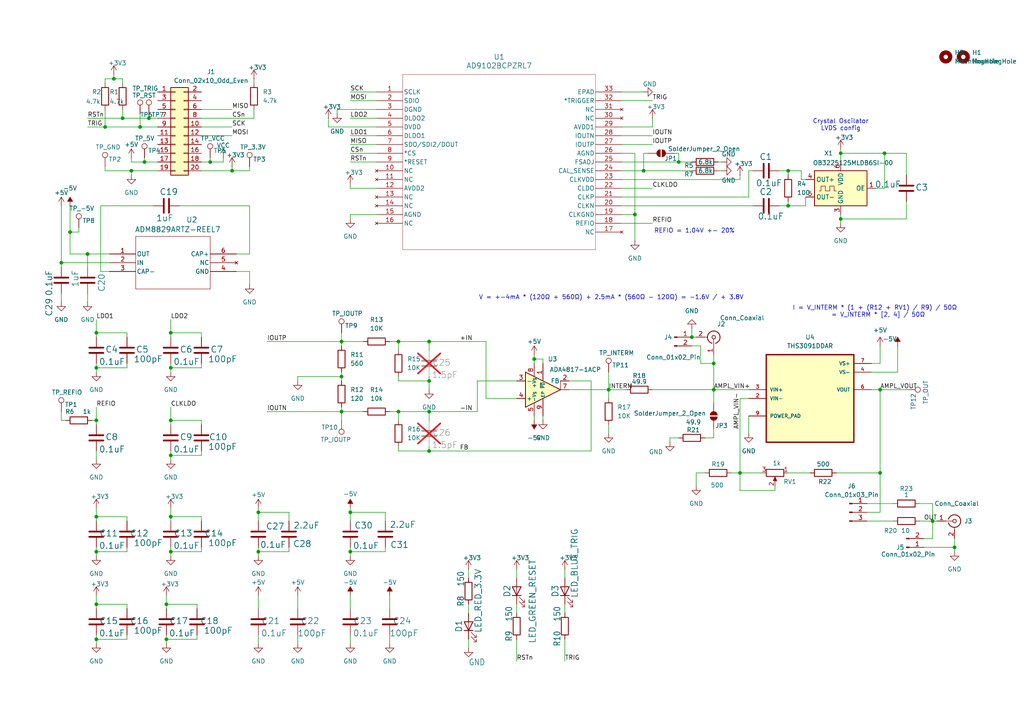
<source format=kicad_sch>
(kicad_sch (version 20231120) (generator "eeschema") (generator_version "8.0")
  (paper "A4")
  (title_block (title "Pico Glitcher v2.1 Pulse Shaping Extension") (date "2024-12-27") (rev "v1.0") (company "Faulty Hardware") (comment 1 "Matthias Kesenheimer"))
  (junction (at 214.63 137.16))
  (junction (at 17.78 76.2))
  (junction (at 270.51 151.13))
  (junction (at 115.57 99.06))
  (junction (at 27.94 121.92))
  (junction (at 43.18 34.29))
  (junction (at 41.91 46.99))
  (junction (at 124.46 119.38))
  (junction (at 48.26 175.26))
  (junction (at 101.6 160.02))
  (junction (at 25.4 73.66))
  (junction (at 27.94 149.86))
  (junction (at 115.57 119.38))
  (junction (at 33.02 22.86))
  (junction (at 228.6 59.69))
  (junction (at 256.54 44.45))
  (junction (at 255.27 113.03))
  (junction (at 124.46 110.49))
  (junction (at 49.53 149.86))
  (junction (at 207.01 105.41))
  (junction (at 99.06 119.38))
  (junction (at 176.53 113.03))
  (junction (at 99.06 99.06))
  (junction (at 196.85 46.99))
  (junction (at 200.66 97.79))
  (junction (at 35.56 34.29))
  (junction (at 74.93 160.02))
  (junction (at 27.94 175.26))
  (junction (at 49.53 132.08))
  (junction (at 27.94 160.02))
  (junction (at 27.94 106.68))
  (junction (at 20.32 67.31))
  (junction (at 255.27 137.16))
  (junction (at 49.53 96.52))
  (junction (at 99.06 109.22))
  (junction (at 228.6 49.53))
  (junction (at 48.26 185.42))
  (junction (at 207.01 113.03))
  (junction (at 74.93 148.59))
  (junction (at 243.84 44.45))
  (junction (at 49.53 106.68))
  (junction (at 27.94 185.42))
  (junction (at 184.15 62.23))
  (junction (at 124.46 99.06))
  (junction (at 27.94 96.52))
  (junction (at 101.6 148.59))
  (junction (at 154.94 104.14))
  (junction (at 49.53 160.02))
  (junction (at 276.86 158.75))
  (junction (at 67.31 49.53))
  (junction (at 30.48 36.83))
  (junction (at 186.69 49.53))
  (junction (at 60.96 46.99))
  (junction (at 243.84 63.5))
  (junction (at 124.46 130.81))
  (junction (at 49.53 121.92))
  (junction (at 38.1 49.53))
  (junction (at 40.64 36.83))
  (wire (pts (xy 251.46 146.05) (xy 259.08 146.05)))
  (wire (pts (xy 115.57 119.38) (xy 115.57 121.92)))
  (wire (pts (xy 68.58 73.66) (xy 72.39 73.66)))
  (wire (pts (xy 73.66 34.29) (xy 73.66 31.75)))
  (wire (pts (xy 165.1 113.03) (xy 176.53 113.03)))
  (wire (pts (xy 207.01 105.41) (xy 207.01 113.03)))
  (wire (pts (xy 83.82 158.75) (xy 83.82 160.02)))
  (wire (pts (xy 99.06 119.38) (xy 105.41 119.38)))
  (wire (pts (xy 189.23 113.03) (xy 207.01 113.03)))
  (wire (pts (xy 233.68 59.69) (xy 228.6 59.69)))
  (wire (pts (xy 157.48 120.65) (xy 157.48 121.92)))
  (wire (pts (xy 180.34 52.07) (xy 214.63 52.07)))
  (wire (pts (xy 86.36 109.22) (xy 86.36 110.49)))
  (wire (pts (xy 115.57 109.22) (xy 115.57 110.49)))
  (wire (pts (xy 180.34 36.83) (xy 189.23 36.83)))
  (wire (pts (xy 180.34 26.67) (xy 186.69 26.67)))
  (wire (pts (xy 194.31 127) (xy 194.31 128.27)))
  (wire (pts (xy 113.03 184.15) (xy 113.03 186.69)))
  (wire (pts (xy 58.42 31.75) (xy 67.31 31.75)))
  (wire (pts (xy 27.94 106.68) (xy 27.94 107.95)))
  (wire (pts (xy 184.15 62.23) (xy 180.34 62.23)))
  (wire (pts (xy 27.94 185.42) (xy 27.94 186.69)))
  (wire (pts (xy 83.82 148.59) (xy 74.93 148.59)))
  (wire (pts (xy 36.83 184.15) (xy 36.83 185.42)))
  (wire (pts (xy 49.53 106.68) (xy 58.42 106.68)))
  (wire (pts (xy 200.66 100.33) (xy 203.2 100.33)))
  (wire (pts (xy 171.45 130.81) (xy 171.45 110.49)))
  (wire (pts (xy 176.53 113.03) (xy 176.53 115.57)))
  (wire (pts (xy 113.03 172.72) (xy 113.03 176.53)))
  (wire (pts (xy 49.53 160.02) (xy 49.53 161.29)))
  (wire (pts (xy 207.01 124.46) (xy 207.01 127)))
  (wire (pts (xy 99.06 119.38) (xy 77.47 119.38)))
  (wire (pts (xy 27.94 175.26) (xy 27.94 176.53)))
  (wire (pts (xy 60.96 46.99) (xy 64.77 46.99)))
  (wire (pts (xy 72.39 48.26) (xy 72.39 49.53)))
  (wire (pts (xy 68.58 78.74) (xy 72.39 78.74)))
  (wire (pts (xy 17.78 121.92) (xy 19.05 121.92)))
  (wire (pts (xy 27.94 149.86) (xy 27.94 151.13)))
  (wire (pts (xy 43.18 33.02) (xy 43.18 34.29)))
  (wire (pts (xy 115.57 129.54) (xy 115.57 130.81)))
  (wire (pts (xy 140.97 115.57) (xy 140.97 99.06)))
  (wire (pts (xy 57.15 184.15) (xy 57.15 185.42)))
  (wire (pts (xy 35.56 22.86) (xy 35.56 24.13)))
  (wire (pts (xy 115.57 130.81) (xy 124.46 130.81)))
  (wire (pts (xy 180.34 44.45) (xy 184.15 44.45)))
  (wire (pts (xy 74.93 148.59) (xy 74.93 151.13)))
  (wire (pts (xy 58.42 97.79) (xy 58.42 96.52)))
  (wire (pts (xy 101.6 29.21) (xy 109.22 29.21)))
  (wire (pts (xy 49.53 147.32) (xy 49.53 149.86)))
  (wire (pts (xy 212.09 137.16) (xy 214.63 137.16)))
  (wire (pts (xy 276.86 158.75) (xy 276.86 160.02)))
  (wire (pts (xy 101.6 44.45) (xy 109.22 44.45)))
  (wire (pts (xy 49.53 160.02) (xy 58.42 160.02)))
  (wire (pts (xy 27.94 106.68) (xy 36.83 106.68)))
  (wire (pts (xy 27.94 96.52) (xy 27.94 97.79)))
  (wire (pts (xy 214.63 115.57) (xy 214.63 137.16)))
  (wire (pts (xy 180.34 54.61) (xy 189.23 54.61)))
  (wire (pts (xy 218.44 49.53) (xy 217.17 49.53)))
  (wire (pts (xy 27.94 158.75) (xy 27.94 160.02)))
  (wire (pts (xy 180.34 39.37) (xy 189.23 39.37)))
  (wire (pts (xy 17.78 59.69) (xy 17.78 76.2)))
  (wire (pts (xy 196.85 127) (xy 194.31 127)))
  (wire (pts (xy 115.57 99.06) (xy 115.57 101.6)))
  (wire (pts (xy 101.6 26.67) (xy 109.22 26.67)))
  (wire (pts (xy 140.97 115.57) (xy 149.86 115.57)))
  (wire (pts (xy 67.31 48.26) (xy 67.31 49.53)))
  (wire (pts (xy 41.91 45.72) (xy 41.91 46.99)))
  (wire (pts (xy 124.46 99.06) (xy 124.46 101.6)))
  (wire (pts (xy 226.06 59.69) (xy 228.6 59.69)))
  (wire (pts (xy 186.69 44.45) (xy 186.69 49.53)))
  (wire (pts (xy 195.58 44.45) (xy 196.85 44.45)))
  (wire (pts (xy 138.43 110.49) (xy 138.43 119.38)))
  (wire (pts (xy 49.53 149.86) (xy 58.42 149.86)))
  (wire (pts (xy 49.53 106.68) (xy 49.53 107.95)))
  (wire (pts (xy 58.42 105.41) (xy 58.42 106.68)))
  (wire (pts (xy 214.63 137.16) (xy 220.98 137.16)))
  (wire (pts (xy 33.02 22.86) (xy 35.56 22.86)))
  (wire (pts (xy 200.66 97.79) (xy 201.93 97.79)))
  (wire (pts (xy 232.41 52.07) (xy 232.41 49.53)))
  (wire (pts (xy 49.53 130.81) (xy 49.53 132.08)))
  (wire (pts (xy 115.57 119.38) (xy 124.46 119.38)))
  (wire (pts (xy 115.57 110.49) (xy 124.46 110.49)))
  (wire (pts (xy 256.54 44.45) (xy 256.54 54.61)))
  (wire (pts (xy 157.48 104.14) (xy 154.94 104.14)))
  (wire (pts (xy 72.39 49.53) (xy 67.31 49.53)))
  (wire (pts (xy 113.03 99.06) (xy 115.57 99.06)))
  (wire (pts (xy 48.26 172.72) (xy 48.26 175.26)))
  (wire (pts (xy 184.15 44.45) (xy 184.15 62.23)))
  (wire (pts (xy 64.77 45.72) (xy 64.77 46.99)))
  (wire (pts (xy 99.06 100.33) (xy 99.06 99.06)))
  (wire (pts (xy 207.01 102.87) (xy 207.01 105.41)))
  (wire (pts (xy 214.63 50.8) (xy 214.63 52.07)))
  (wire (pts (xy 27.94 172.72) (xy 27.94 175.26)))
  (wire (pts (xy 36.83 176.53) (xy 36.83 175.26)))
  (wire (pts (xy 196.85 46.99) (xy 200.66 46.99)))
  (wire (pts (xy 29.21 59.69) (xy 29.21 78.74)))
  (wire (pts (xy 27.94 121.92) (xy 27.94 123.19)))
  (wire (pts (xy 27.94 175.26) (xy 36.83 175.26)))
  (wire (pts (xy 73.66 22.86) (xy 73.66 24.13)))
  (wire (pts (xy 99.06 118.11) (xy 99.06 119.38)))
  (wire (pts (xy 176.53 113.03) (xy 181.61 113.03)))
  (wire (pts (xy 203.2 105.41) (xy 207.01 105.41)))
  (wire (pts (xy 267.97 156.21) (xy 270.51 156.21)))
  (wire (pts (xy 25.4 34.29) (xy 35.56 34.29)))
  (wire (pts (xy 49.53 96.52) (xy 58.42 96.52)))
  (wire (pts (xy 207.01 113.03) (xy 207.01 116.84)))
  (wire (pts (xy 44.45 59.69) (xy 29.21 59.69)))
  (wire (pts (xy 163.83 185.42) (xy 163.83 191.77)))
  (wire (pts (xy 101.6 172.72) (xy 101.6 176.53)))
  (wire (pts (xy 163.83 165.1) (xy 163.83 167.64)))
  (wire (pts (xy 217.17 49.53) (xy 217.17 57.15)))
  (wire (pts (xy 27.94 185.42) (xy 36.83 185.42)))
  (wire (pts (xy 38.1 49.53) (xy 38.1 50.8)))
  (wire (pts (xy 203.2 100.33) (xy 203.2 105.41)))
  (wire (pts (xy 26.67 121.92) (xy 27.94 121.92)))
  (wire (pts (xy 260.35 100.33) (xy 260.35 107.95)))
  (wire (pts (xy 101.6 41.91) (xy 109.22 41.91)))
  (wire (pts (xy 124.46 130.81) (xy 171.45 130.81)))
  (wire (pts (xy 17.78 77.47) (xy 17.78 76.2)))
  (wire (pts (xy 49.53 118.11) (xy 49.53 121.92)))
  (wire (pts (xy 74.93 158.75) (xy 74.93 160.02)))
  (wire (pts (xy 31.75 76.2) (xy 17.78 76.2)))
  (wire (pts (xy 254 54.61) (xy 256.54 54.61)))
  (wire (pts (xy 48.26 175.26) (xy 48.26 176.53)))
  (wire (pts (xy 124.46 119.38) (xy 124.46 121.92)))
  (wire (pts (xy 27.94 92.71) (xy 27.94 96.52)))
  (wire (pts (xy 27.94 149.86) (xy 36.83 149.86)))
  (wire (pts (xy 224.79 142.24) (xy 214.63 142.24)))
  (wire (pts (xy 29.21 78.74) (xy 31.75 78.74)))
  (wire (pts (xy 124.46 110.49) (xy 124.46 113.03)))
  (wire (pts (xy 101.6 46.99) (xy 109.22 46.99)))
  (wire (pts (xy 27.94 184.15) (xy 27.94 185.42)))
  (wire (pts (xy 58.42 123.19) (xy 58.42 121.92)))
  (wire (pts (xy 25.4 73.66) (xy 25.4 77.47)))
  (wire (pts (xy 27.94 160.02) (xy 36.83 160.02)))
  (wire (pts (xy 243.84 44.45) (xy 243.84 46.99)))
  (wire (pts (xy 95.25 34.29) (xy 95.25 36.83)))
  (wire (pts (xy 83.82 160.02) (xy 74.93 160.02)))
  (wire (pts (xy 74.93 160.02) (xy 74.93 161.29)))
  (wire (pts (xy 217.17 120.65) (xy 217.17 125.73)))
  (wire (pts (xy 27.94 160.02) (xy 27.94 161.29)))
  (wire (pts (xy 83.82 151.13) (xy 83.82 148.59)))
  (wire (pts (xy 109.22 54.61) (xy 101.6 54.61)))
  (wire (pts (xy 17.78 119.38) (xy 17.78 121.92)))
  (wire (pts (xy 101.6 160.02) (xy 101.6 161.29)))
  (wire (pts (xy 251.46 148.59) (xy 255.27 148.59)))
  (wire (pts (xy 36.83 97.79) (xy 36.83 96.52)))
  (wire (pts (xy 184.15 62.23) (xy 184.15 69.85)))
  (wire (pts (xy 208.28 46.99) (xy 209.55 46.99)))
  (wire (pts (xy 43.18 34.29) (xy 45.72 34.29)))
  (wire (pts (xy 255.27 148.59) (xy 255.27 137.16)))
  (wire (pts (xy 163.83 175.26) (xy 163.83 177.8)))
  (wire (pts (xy 48.26 185.42) (xy 57.15 185.42)))
  (wire (pts (xy 48.26 184.15) (xy 48.26 185.42)))
  (wire (pts (xy 228.6 137.16) (xy 234.95 137.16)))
  (wire (pts (xy 52.07 59.69) (xy 72.39 59.69)))
  (wire (pts (xy 252.73 113.03) (xy 255.27 113.03)))
  (wire (pts (xy 252.73 107.95) (xy 260.35 107.95)))
  (wire (pts (xy 49.53 158.75) (xy 49.53 160.02)))
  (wire (pts (xy 74.93 172.72) (xy 74.93 176.53)))
  (wire (pts (xy 86.36 184.15) (xy 86.36 186.69)))
  (wire (pts (xy 38.1 46.99) (xy 41.91 46.99)))
  (wire (pts (xy 31.75 73.66) (xy 25.4 73.66)))
  (wire (pts (xy 99.06 119.38) (xy 99.06 121.92)))
  (wire (pts (xy 176.53 107.95) (xy 176.53 113.03)))
  (wire (pts (xy 72.39 78.74) (xy 72.39 82.55)))
  (wire (pts (xy 58.42 151.13) (xy 58.42 149.86)))
  (wire (pts (xy 74.93 184.15) (xy 74.93 186.69)))
  (wire (pts (xy 214.63 115.57) (xy 217.17 115.57)))
  (wire (pts (xy 154.94 120.65) (xy 154.94 121.92)))
  (wire (pts (xy 49.53 149.86) (xy 49.53 151.13)))
  (wire (pts (xy 154.94 102.87) (xy 154.94 104.14)))
  (wire (pts (xy 30.48 36.83) (xy 30.48 31.75)))
  (wire (pts (xy 99.06 109.22) (xy 99.06 110.49)))
  (wire (pts (xy 124.46 110.49) (xy 124.46 109.22)))
  (wire (pts (xy 149.86 185.42) (xy 149.86 191.77)))
  (wire (pts (xy 74.93 147.32) (xy 74.93 148.59)))
  (wire (pts (xy 270.51 151.13) (xy 271.78 151.13)))
  (wire (pts (xy 267.97 158.75) (xy 276.86 158.75)))
  (wire (pts (xy 49.53 132.08) (xy 49.53 133.35)))
  (wire (pts (xy 243.84 62.23) (xy 243.84 63.5)))
  (wire (pts (xy 57.15 176.53) (xy 57.15 175.26)))
  (wire (pts (xy 124.46 99.06) (xy 140.97 99.06)))
  (wire (pts (xy 30.48 36.83) (xy 40.64 36.83)))
  (wire (pts (xy 99.06 107.95) (xy 99.06 109.22)))
  (wire (pts (xy 58.42 39.37) (xy 67.31 39.37)))
  (wire (pts (xy 180.34 49.53) (xy 186.69 49.53)))
  (wire (pts (xy 270.51 156.21) (xy 270.51 151.13)))
  (wire (pts (xy 101.6 39.37) (xy 109.22 39.37)))
  (wire (pts (xy 256.54 44.45) (xy 262.89 44.45)))
  (wire (pts (xy 200.66 95.25) (xy 200.66 97.79)))
  (wire (pts (xy 30.48 24.13) (xy 30.48 22.86)))
  (wire (pts (xy 30.48 49.53) (xy 38.1 49.53)))
  (wire (pts (xy 27.94 147.32) (xy 27.94 149.86)))
  (wire (pts (xy 35.56 31.75) (xy 35.56 34.29)))
  (wire (pts (xy 207.01 127) (xy 204.47 127)))
  (wire (pts (xy 201.93 137.16) (xy 204.47 137.16)))
  (wire (pts (xy 124.46 119.38) (xy 138.43 119.38)))
  (wire (pts (xy 58.42 49.53) (xy 67.31 49.53)))
  (wire (pts (xy 228.6 49.53) (xy 228.6 50.8)))
  (wire (pts (xy 60.96 45.72) (xy 60.96 46.99)))
  (wire (pts (xy 36.83 105.41) (xy 36.83 106.68)))
  (wire (pts (xy 262.89 50.8) (xy 262.89 44.45)))
  (wire (pts (xy 180.34 29.21) (xy 189.23 29.21)))
  (wire (pts (xy 58.42 130.81) (xy 58.42 132.08)))
  (wire (pts (xy 99.06 99.06) (xy 105.41 99.06)))
  (wire (pts (xy 48.26 175.26) (xy 57.15 175.26)))
  (wire (pts (xy 58.42 36.83) (xy 67.31 36.83)))
  (wire (pts (xy 58.42 34.29) (xy 73.66 34.29)))
  (wire (pts (xy 20.32 67.31) (xy 20.32 73.66)))
  (wire (pts (xy 49.53 105.41) (xy 49.53 106.68)))
  (wire (pts (xy 17.78 85.09) (xy 17.78 87.63)))
  (wire (pts (xy 33.02 21.59) (xy 33.02 22.86)))
  (wire (pts (xy 36.83 158.75) (xy 36.83 160.02)))
  (wire (pts (xy 233.68 52.07) (xy 232.41 52.07)))
  (wire (pts (xy 196.85 44.45) (xy 196.85 46.99)))
  (wire (pts (xy 22.86 67.31) (xy 20.32 67.31)))
  (wire (pts (xy 25.4 85.09) (xy 25.4 87.63)))
  (wire (pts (xy 49.53 96.52) (xy 49.53 97.79)))
  (wire (pts (xy 180.34 57.15) (xy 217.17 57.15)))
  (wire (pts (xy 255.27 100.33) (xy 255.27 105.41)))
  (wire (pts (xy 86.36 172.72) (xy 86.36 176.53)))
  (wire (pts (xy 189.23 34.29) (xy 189.23 36.83)))
  (wire (pts (xy 180.34 59.69) (xy 218.44 59.69)))
  (wire (pts (xy 270.51 146.05) (xy 270.51 151.13)))
  (wire (pts (xy 101.6 62.23) (xy 101.6 63.5)))
  (wire (pts (xy 111.76 158.75) (xy 111.76 160.02)))
  (wire (pts (xy 77.47 99.06) (xy 99.06 99.06)))
  (wire (pts (xy 243.84 43.18) (xy 243.84 44.45)))
  (wire (pts (xy 224.79 142.24) (xy 224.79 140.97)))
  (wire (pts (xy 201.93 137.16) (xy 201.93 140.97)))
  (wire (pts (xy 48.26 185.42) (xy 48.26 186.69)))
  (wire (pts (xy 72.39 59.69) (xy 72.39 73.66)))
  (wire (pts (xy 49.53 121.92) (xy 49.53 123.19)))
  (wire (pts (xy 243.84 44.45) (xy 256.54 44.45)))
  (wire (pts (xy 233.68 57.15) (xy 233.68 59.69)))
  (wire (pts (xy 30.48 22.86) (xy 33.02 22.86)))
  (wire (pts (xy 165.1 110.49) (xy 171.45 110.49)))
  (wire (pts (xy 149.86 165.1) (xy 149.86 167.64)))
  (wire (pts (xy 232.41 49.53) (xy 228.6 49.53)))
  (wire (pts (xy 99.06 96.52) (xy 99.06 99.06)))
  (wire (pts (xy 111.76 148.59) (xy 111.76 151.13)))
  (wire (pts (xy 154.94 104.14) (xy 154.94 105.41)))
  (wire (pts (xy 266.7 146.05) (xy 270.51 146.05)))
  (wire (pts (xy 97.79 31.75) (xy 97.79 33.02)))
  (wire (pts (xy 101.6 53.34) (xy 101.6 54.61)))
  (wire (pts (xy 27.94 130.81) (xy 27.94 133.35)))
  (wire (pts (xy 49.53 92.71) (xy 49.53 96.52)))
  (wire (pts (xy 38.1 49.53) (xy 45.72 49.53)))
  (wire (pts (xy 111.76 160.02) (xy 101.6 160.02)))
  (wire (pts (xy 101.6 34.29) (xy 109.22 34.29)))
  (wire (pts (xy 113.03 119.38) (xy 115.57 119.38)))
  (wire (pts (xy 58.42 158.75) (xy 58.42 160.02)))
  (wire (pts (xy 262.89 63.5) (xy 243.84 63.5)))
  (wire (pts (xy 25.4 36.83) (xy 30.48 36.83)))
  (wire (pts (xy 40.64 33.02) (xy 40.64 36.83)))
  (wire (pts (xy 101.6 148.59) (xy 101.6 151.13)))
  (wire (pts (xy 149.86 175.26) (xy 149.86 177.8)))
  (wire (pts (xy 176.53 123.19) (xy 176.53 125.73)))
  (wire (pts (xy 109.22 31.75) (xy 97.79 31.75)))
  (wire (pts (xy 180.34 64.77) (xy 189.23 64.77)))
  (wire (pts (xy 138.43 110.49) (xy 149.86 110.49)))
  (wire (pts (xy 20.32 59.69) (xy 20.32 67.31)))
  (wire (pts (xy 49.53 132.08) (xy 58.42 132.08)))
  (wire (pts (xy 36.83 151.13) (xy 36.83 149.86)))
  (wire (pts (xy 27.94 105.41) (xy 27.94 106.68)))
  (wire (pts (xy 255.27 113.03) (xy 262.89 113.03)))
  (wire (pts (xy 30.48 48.26) (xy 30.48 49.53)))
  (wire (pts (xy 276.86 156.21) (xy 276.86 158.75)))
  (wire (pts (xy 27.94 96.52) (xy 36.83 96.52)))
  (wire (pts (xy 266.7 151.13) (xy 270.51 151.13)))
  (wire (pts (xy 135.89 165.1) (xy 135.89 167.64)))
  (wire (pts (xy 49.53 121.92) (xy 58.42 121.92)))
  (wire (pts (xy 101.6 62.23) (xy 109.22 62.23)))
  (wire (pts (xy 58.42 46.99) (xy 60.96 46.99)))
  (wire (pts (xy 115.57 99.06) (xy 124.46 99.06)))
  (wire (pts (xy 252.73 105.41) (xy 255.27 105.41)))
  (wire (pts (xy 207.01 113.03) (xy 217.17 113.03)))
  (wire (pts (xy 135.89 187.96) (xy 135.89 185.42)) (stroke (width 0.1524)))
  (wire (pts (xy 101.6 184.15) (xy 101.6 186.69)))
  (wire (pts (xy 40.64 36.83) (xy 45.72 36.83)))
  (wire (pts (xy 186.69 49.53) (xy 200.66 49.53)))
  (wire (pts (xy 214.63 142.24) (xy 214.63 137.16)))
  (wire (pts (xy 41.91 46.99) (xy 45.72 46.99)))
  (wire (pts (xy 180.34 41.91) (xy 189.23 41.91)))
  (wire (pts (xy 228.6 58.42) (xy 228.6 59.69)))
  (wire (pts (xy 27.94 118.11) (xy 27.94 121.92)))
  (wire (pts (xy 243.84 63.5) (xy 243.84 64.77)))
  (wire (pts (xy 101.6 148.59) (xy 111.76 148.59)))
  (wire (pts (xy 95.25 36.83) (xy 109.22 36.83)))
  (wire (pts (xy 251.46 151.13) (xy 259.08 151.13)))
  (wire (pts (xy 226.06 49.53) (xy 228.6 49.53)))
  (wire (pts (xy 35.56 34.29) (xy 43.18 34.29)))
  (wire (pts (xy 262.89 58.42) (xy 262.89 63.5)))
  (wire (pts (xy 101.6 147.32) (xy 101.6 148.59)))
  (wire (pts (xy 124.46 130.81) (xy 124.46 129.54)))
  (wire (pts (xy 255.27 113.03) (xy 255.27 137.16)))
  (wire (pts (xy 242.57 137.16) (xy 255.27 137.16)))
  (wire (pts (xy 208.28 49.53) (xy 209.55 49.53)))
  (wire (pts (xy 38.1 45.72) (xy 38.1 46.99)))
  (wire (pts (xy 22.86 66.04) (xy 22.86 67.31)))
  (wire (pts (xy 25.4 73.66) (xy 20.32 73.66)))
  (wire (pts (xy 135.89 177.8) (xy 135.89 175.26)) (stroke (width 0.1524)))
  (wire (pts (xy 101.6 158.75) (xy 101.6 160.02)))
  (wire (pts (xy 187.96 44.45) (xy 186.69 44.45)))
  (wire (pts (xy 180.34 46.99) (xy 196.85 46.99)))
  (wire (pts (xy 157.48 105.41) (xy 157.48 104.14)))
  (wire (pts (xy 86.36 109.22) (xy 99.06 109.22)))
  (text "REFIO = 1.04V +- 20%" (at 201.422 67.056 0) (effects (font (size 1.27 1.27))))
  (text "V = +-4mA * (120Ω + 560Ω) + 2.5mA * (560Ω - 120Ω) = -1.6V / + 3.8V" (at 177.292 86.36 0) (effects (font (size 1.27 1.27))))
  (text "I = V_INTERM * (1 + (R12 + RV1) / R9) / 50Ω\n  = V_INTERM * [2, 4] / 50Ω" (at 253.746 90.424 0) (effects (font (size 1.27 1.27))))
  (text "Crystal Oscilator\nLVDS config" (at 243.84 36.322 0) (effects (font (size 1.27 1.27))))
  (label "LDO2" (at 49.53 92.71 0))
  (label "INTERM" (at 176.53 113.03 0))
  (label "IOUTN" (at 189.23 39.37 0))
  (label "OUT" (at 267.97 151.13 0))
  (label "TRIG" (at 163.83 191.77 0))
  (label "IOUTP" (at 189.23 41.91 0))
  (label "REFIO" (at 189.23 64.77 0))
  (label "CLKLDO" (at 189.23 54.61 0))
  (label "MOSI" (at 67.31 39.37 0))
  (label "IOUTP" (at 77.47 99.06 0))
  (label "+IN" (at 133.35 99.06 0))
  (label "CSn" (at 67.31 34.29 0))
  (label "REFIO" (at 27.94 118.11 0))
  (label "CLKLDO" (at 49.53 118.11 0))
  (label "RSTn" (at 25.4 34.29 0))
  (label "IOUTN" (at 77.47 119.38 0))
  (label "CSn" (at 101.6 44.45 0))
  (label "LDO2" (at 101.6 34.29 0))
  (label "MISO" (at 67.31 31.75 0))
  (label "AMPL_VIN-" (at 214.63 124.46 90))
  (label "TRIG" (at 25.4 36.83 0))
  (label "LDO1" (at 27.94 92.71 0))
  (label "MOSI" (at 101.6 29.21 0))
  (label "RSTn" (at 101.6 46.99 0))
  (label "AMPL_VOUT" (at 255.27 113.03 0))
  (label "RSTn" (at 149.86 191.77 0))
  (label "MISO" (at 101.6 41.91 0))
  (label "AMPL_VIN+" (at 207.01 113.03 0))
  (label "TRIG" (at 189.23 29.21 0))
  (label "SCK" (at 101.6 26.67 0))
  (label "FB" (at 133.35 130.81 0))
  (label "-IN" (at 133.35 119.38 0))
  (label "SCK" (at 67.31 36.83 0))
  (label "LDO1" (at 101.6 39.37 0))
  (symbol (lib_id "Device:C") (at 49.53 154.94 180) (unit 1)
    (property "Reference" "C13" (at 55.88 153.67 0) (effects (font (size 1.778 1.778)) (justify left bottom)))
    (property "Value" "0.1uF" (at 57.912 157.226 0) (effects (font (size 1.778 1.778)) (justify left bottom)))
    (property "Footprint" "Capacitor_SMD:C_0603_1608Metric" (effects (hide yes)))
    (property "Description" "Unpolarized capacitor" (effects (hide yes)))
  )
  (symbol (lib_id "power:GND") (at 200.66 95.25 180) (unit 1)
    (property "Reference" "#PWR055" (effects (hide yes)))
    (property "Value" "GND" (at 200.66 90.17 0))
    (property "Description" "Power symbol creates a global label with name \"GND\" , ground" (effects (hide yes)))
  )
  (symbol (lib_id "Device:C") (at 83.82 154.94 180) (unit 1)
    (property "Reference" "C28" (at 90.424 156.718 0) (effects (font (size 1.778 1.778)) (justify left bottom)))
    (property "Value" "2.2uF" (at 92.71 151.384 0) (effects (font (size 1.778 1.778)) (justify left bottom)))
    (property "Footprint" "Capacitor_SMD:C_0805_2012Metric" (effects (hide yes)))
    (property "Description" "Unpolarized capacitor" (effects (hide yes)))
  )
  (symbol (lib_id "power:GND") (at 201.93 140.97 0) (unit 1)
    (property "Reference" "#PWR050" (effects (hide yes)))
    (property "Value" "GND" (at 201.93 146.05 0))
    (property "Description" "Power symbol creates a global label with name \"GND\" , ground" (effects (hide yes)))
  )
  (symbol (lib_id "Device:C") (at 101.6 180.34 180) (unit 1)
    (property "Reference" "C23" (at 107.95 179.07 0) (effects (font (size 1.778 1.778)) (justify left bottom)))
    (property "Value" "0.1uF" (at 109.982 182.626 0) (effects (font (size 1.778 1.778)) (justify left bottom)))
    (property "Footprint" "Capacitor_SMD:C_0603_1608Metric" (effects (hide yes)))
    (property "Description" "Unpolarized capacitor" (effects (hide yes)))
  )
  (symbol (lib_id "power:GND") (at 157.48 121.92 0) (unit 1)
    (property "Reference" "#PWR054" (effects (hide yes)))
    (property "Value" "GND" (at 157.48 127 0))
    (property "Description" "Power symbol creates a global label with name \"GND\" , ground" (effects (hide yes)))
  )
  (symbol (lib_id "Connector:TestPoint") (at 99.06 96.52 0) (unit 1)
    (property "Reference" "TP9" (at 100.076 94.488 0) (effects (justify left)))
    (property "Value" "TP_IOUTP" (at 96.266 90.932 0) (effects (justify left)))
    (property "Footprint" "TestPoint:TestPoint_Pad_D1.0mm" (effects (hide yes)))
    (property "Description" "test point" (effects (hide yes)))
  )
  (symbol (lib_id "Device:R") (at 163.83 181.61 0) (unit 1)
    (property "Reference" "R10" (at 162.56 182.88 90) (effects (font (size 1.778 1.5113)) (justify right bottom)))
    (property "Value" "150" (at 162.56 180.34 90) (effects (font (size 1.778 1.5113)) (justify left bottom)))
    (property "Footprint" "Resistor_SMD:R_0603_1608Metric" (effects (hide yes)))
    (property "Description" "Resistor" (effects (hide yes)))
  )
  (symbol (lib_id "Connector:TestPoint") (at 17.78 119.38 0) (unit 1)
    (property "Reference" "TP1" (at 18.796 117.348 0) (effects (justify left)))
    (property "Value" "TP_REFIO" (at 14.986 113.792 0) (effects (justify left)))
    (property "Footprint" "TestPoint:TestPoint_Pad_D1.0mm" (effects (hide yes)))
    (property "Description" "test point" (effects (hide yes)))
  )
  (symbol (lib_id "Device:R") (at 262.89 151.13 270) (unit 1)
    (property "Reference" "R20" (at 258.318 153.924 90))
    (property "Value" "10" (at 262.636 153.924 90))
    (property "Footprint" "Resistor_SMD:R_2512_6332Metric" (effects (hide yes)))
    (property "Description" "Resistor" (effects (hide yes)))
  )
  (symbol (lib_id "Connector:TestPoint") (at 41.91 45.72 0) (unit 1)
    (property "Reference" "TP4" (at 42.926 43.688 0) (effects (justify left)))
    (property "Value" "TP_5V" (at 39.116 40.132 0) (effects (justify left)))
    (property "Footprint" "TestPoint:TestPoint_Pad_D1.0mm" (effects (hide yes)))
    (property "Description" "test point" (effects (hide yes)))
  )
  (symbol (lib_id "power:GND") (at 194.31 128.27 0) (unit 1)
    (property "Reference" "#PWR062" (effects (hide yes)))
    (property "Value" "GND" (at 190.246 131.064 0))
    (property "Description" "Power symbol creates a global label with name \"GND\" , ground" (effects (hide yes)))
  )
  (symbol (lib_id "power:GND") (at 135.89 187.96 0) (unit 1)
    (property "Reference" "#GND01" (effects (hide yes)))
    (property "Value" "GND" (at 135.89 193.04 0) (effects (font (size 1.778 1.5113)) (justify left bottom)))
    (property "Description" "Power symbol creates a global label with name \"GND\" , ground" (effects (hide yes)))
  )
  (symbol (lib_id "Device:C") (at 113.03 180.34 180) (unit 1)
    (property "Reference" "C24" (at 119.38 179.07 0) (effects (font (size 1.778 1.778)) (justify left bottom)))
    (property "Value" "100pF" (at 121.412 182.626 0) (effects (font (size 1.778 1.778)) (justify left bottom)))
    (property "Footprint" "Capacitor_SMD:C_0603_1608Metric" (effects (hide yes)))
    (property "Description" "Unpolarized capacitor" (effects (hide yes)))
  )
  (symbol (lib_id "power:+5V") (at 17.78 59.69 0) (unit 1)
    (property "Reference" "#PWR035" (effects (hide yes)))
    (property "Value" "+5V" (at 17.78 55.88 0))
    (property "Description" "Power symbol creates a global label with name \"+5V\"" (effects (hide yes)))
  )
  (symbol (lib_id "power:+5V") (at 38.1 45.72 0) (unit 1)
    (property "Reference" "#PWR03" (effects (hide yes)))
    (property "Value" "+5V" (at 38.1 41.91 0))
    (property "Description" "Power symbol creates a global label with name \"+5V\"" (effects (hide yes)))
  )
  (symbol (lib_id "Connector:TestPoint") (at 60.96 45.72 0) (unit 1)
    (property "Reference" "TP5" (at 61.976 43.688 0) (effects (justify left)))
    (property "Value" "TP_VCC" (at 58.166 40.132 0) (effects (justify left)))
    (property "Footprint" "TestPoint:TestPoint_Pad_D1.0mm" (effects (hide yes)))
    (property "Description" "test point" (effects (hide yes)))
  )
  (symbol (lib_id "Connector:TestPoint") (at 72.39 48.26 0) (unit 1)
    (property "Reference" "TP3" (at 73.406 46.228 0) (effects (justify left)))
    (property "Value" "TP_3.3V" (at 69.596 42.672 0) (effects (justify left)))
    (property "Footprint" "TestPoint:TestPoint_Pad_D1.0mm" (effects (hide yes)))
    (property "Description" "test point" (effects (hide yes)))
  )
  (symbol (lib_id "Connector_Generic:Conn_02x10_Odd_Even") (at 50.8 36.83 0) (unit 1)
    (property "Reference" "J1" (at 61.214 20.828 0))
    (property "Value" "Conn_02x10_Odd_Even" (at 61.214 23.368 0))
    (property "Footprint" "Connector_PinHeader_2.54mm:PinHeader_2x10_P2.54mm_Vertical" (effects (hide yes)))
    (property "Description" "Generic connector, double row, 02x10, odd/even pin numbering scheme (row 1 odd numbers, row 2 even numbers), script generated (kicad-library-utils/schlib/autogen/connector/)" (effects (hide yes)))
  )
  (symbol (lib_id "Device:R") (at 22.86 121.92 90) (unit 1)
    (property "Reference" "R6" (at 21.5899 119.38 90) (effects (justify left)))
    (property "Value" "1k" (at 26.416 119.38 90) (effects (justify left)))
    (property "Footprint" "Resistor_SMD:R_0603_1608Metric" (effects (hide yes)))
    (property "Description" "Resistor" (effects (hide yes)))
  )
  (symbol (lib_id "Device:C") (at 74.93 180.34 180) (unit 1)
    (property "Reference" "C21" (at 81.28 179.07 0) (effects (font (size 1.778 1.778)) (justify left bottom)))
    (property "Value" "0.1uF" (at 83.312 182.626 0) (effects (font (size 1.778 1.778)) (justify left bottom)))
    (property "Footprint" "Capacitor_SMD:C_0603_1608Metric" (effects (hide yes)))
    (property "Description" "Unpolarized capacitor" (effects (hide yes)))
  )
  (symbol (lib_id "Jumper:SolderJumper_2_Open") (at 207.01 120.65 270) (unit 1) (exclude_from_sim yes) (in_bom no)
    (property "Reference" "JP3" (at 209.296 123.444 90))
    (property "Value" "SolderJumper_2_Open" (at 194.31 119.888 90))
    (property "Footprint" "Jumper:SolderJumper-2_P1.3mm_Open_TrianglePad1.0x1.5mm" (effects (hide yes)))
    (property "Description" "Solder Jumper, 2-pole, open" (effects (hide yes)))
  )
  (symbol (lib_id "Device:R") (at 200.66 127 90) (unit 1)
    (property "Reference" "R21" (at 199.136 124.714 90) (effects (justify right)))
    (property "Value" "49.9" (at 198.882 122.428 90) (effects (justify right)))
    (property "Footprint" "Resistor_SMD:R_0603_1608Metric" (effects (hide yes)))
    (property "Description" "Resistor" (effects (hide yes)))
  )
  (symbol (lib_id "Device:R") (at 109.22 119.38 270) (unit 1)
    (property "Reference" "R14" (at 109.22 113.03 90))
    (property "Value" "10k" (at 109.22 115.57 90))
    (property "Footprint" "Resistor_SMD:R_0603_1608Metric" (effects (hide yes)))
    (property "Description" "Resistor" (effects (hide yes)))
  )
  (symbol (lib_id "Device:C") (at 49.53 127 180) (unit 1)
    (property "Reference" "C9" (at 55.88 125.73 0) (effects (font (size 1.778 1.778)) (justify left bottom)))
    (property "Value" "0.1uF" (at 57.912 129.286 0) (effects (font (size 1.778 1.778)) (justify left bottom)))
    (property "Footprint" "Capacitor_SMD:C_0603_1608Metric" (effects (hide yes)))
    (property "Description" "Unpolarized capacitor" (effects (hide yes)))
  )
  (symbol (lib_id "power:+3V3") (at 214.63 50.8 0) (unit 1)
    (property "Reference" "#PWR019" (effects (hide yes)))
    (property "Value" "+3V3" (at 215.646 47.498 0))
    (property "Description" "Power symbol creates a global label with name \"+3V3\"" (effects (hide yes)))
  )
  (symbol (lib_id "Mechanical:MountingHole") (at 279.4 16.51 0) (unit 1) (exclude_from_sim yes) (in_bom no)
    (property "Reference" "H1" (at 281.94 15.2399 0) (effects (justify left)))
    (property "Value" "MountingHole" (at 281.94 17.7799 0) (effects (justify left)))
    (property "Footprint" "MountingHole:MountingHole_3mm" (effects (hide yes)))
    (property "Description" "Mounting Hole without connection" (effects (hide yes)))
  )
  (symbol (lib_id "power:-5V") (at 20.32 59.69 0) (unit 1)
    (property "Reference" "#PWR036" (effects (hide yes)))
    (property "Value" "-5V" (at 20.32 54.61 0))
    (property "Description" "Power symbol creates a global label with name \"-5V\"" (effects (hide yes)))
  )
  (symbol (lib_id "Device:C") (at 124.46 125.73 180) (unit 1) (dnp yes)
    (property "Reference" "C26" (at 130.81 124.46 0) (effects (font (size 1.778 1.778)) (justify left bottom)))
    (property "Value" "1.5pF" (at 132.842 128.016 0) (effects (font (size 1.778 1.778)) (justify left bottom)))
    (property "Footprint" "Capacitor_SMD:C_0603_1608Metric" (effects (hide yes)))
    (property "Description" "Unpolarized capacitor" (effects (hide yes)))
  )
  (symbol (lib_id "Device:C") (at 74.93 154.94 180) (unit 1)
    (property "Reference" "C27" (at 82.55 151.638 0) (effects (font (size 1.778 1.778)) (justify left bottom)))
    (property "Value" "0.1uF" (at 83.058 156.972 0) (effects (font (size 1.778 1.778)) (justify left bottom)))
    (property "Footprint" "Capacitor_SMD:C_0603_1608Metric" (effects (hide yes)))
    (property "Description" "Unpolarized capacitor" (effects (hide yes)))
  )
  (symbol (lib_id "THS3091DDAR:THS3091DDAR") (at 234.95 115.57 0) (unit 1)
    (property "Reference" "U4" (at 234.95 97.79 0))
    (property "Value" "THS3091DDAR" (at 234.95 100.33 0))
    (property "Footprint" "footprints:VREG_LM5017MR_NOPB" (effects (hide yes)))
    (property "MF" "Texas Instruments" (effects (hide yes)))
    (property "Description_1" "\n                        \n                            Single, high-voltage low-distortion current-feedback operational amplifier\n                        \n" (effects (hide yes)))
    (property "Package" "HSOIC-8 Texas Instruments" (effects (hide yes)))
    (property "Price" "None" (effects (hide yes)))
    (property "SnapEDA_Link" "https://www.snapeda.com/parts/THS3091DDAR/Texas+Instruments/view-part/?ref=snap" (effects (hide yes)))
    (property "MP" "THS3091DDAR" (effects (hide yes)))
    (property "Availability" "In Stock" (effects (hide yes)))
    (property "Check_prices" "https://www.snapeda.com/parts/THS3091DDAR/Texas+Instruments/view-part/?ref=eda" (effects (hide yes)))
  )
  (symbol (lib_id "power:+5V") (at 255.27 100.33 0) (unit 1)
    (property "Reference" "#PWR051" (effects (hide yes)))
    (property "Value" "+5V" (at 255.27 95.758 0))
    (property "Description" "Power symbol creates a global label with name \"+5V\"" (effects (hide yes)))
  )
  (symbol (lib_id "Device:R") (at 204.47 49.53 90) (unit 1)
    (property "Reference" "R7" (at 201.168 50.546 90) (effects (justify left)))
    (property "Value" "6.8k" (at 206.756 49.53 90) (effects (justify left)))
    (property "Footprint" "Resistor_SMD:R_0603_1608Metric" (effects (hide yes)))
    (property "Description" "Resistor" (effects (hide yes)))
  )
  (symbol (lib_id "Device:C") (at 111.76 154.94 180) (unit 1)
    (property "Reference" "C31" (at 118.618 156.972 0) (effects (font (size 1.778 1.778)) (justify left bottom)))
    (property "Value" "2.2uF" (at 120.65 151.13 0) (effects (font (size 1.778 1.778)) (justify left bottom)))
    (property "Footprint" "Capacitor_SMD:C_0805_2012Metric" (effects (hide yes)))
    (property "Description" "Unpolarized capacitor" (effects (hide yes)))
  )
  (symbol (lib_id "power:-5V") (at 154.94 121.92 180) (unit 1)
    (property "Reference" "#PWR048" (effects (hide yes)))
    (property "Value" "-5V" (at 154.94 127 0))
    (property "Description" "Power symbol creates a global label with name \"-5V\"" (effects (hide yes)))
  )
  (symbol (lib_id "Device:C") (at 27.94 127 180) (unit 1)
    (property "Reference" "C8" (at 34.29 125.73 0) (effects (font (size 1.778 1.778)) (justify left bottom)))
    (property "Value" "0.1uF" (at 36.322 129.286 0) (effects (font (size 1.778 1.778)) (justify left bottom)))
    (property "Footprint" "Capacitor_SMD:C_0603_1608Metric" (effects (hide yes)))
    (property "Description" "Unpolarized capacitor" (effects (hide yes)))
  )
  (symbol (lib_id "Device:R") (at 115.57 125.73 180) (unit 1)
    (property "Reference" "R16" (at 118.11 124.4599 0) (effects (justify right)))
    (property "Value" "10K" (at 118.11 126.9999 0) (effects (justify right)))
    (property "Footprint" "Resistor_SMD:R_0603_1608Metric" (effects (hide yes)))
    (property "Description" "Resistor" (effects (hide yes)))
  )
  (symbol (lib_id "power:+3V3") (at 33.02 21.59 0) (unit 1)
    (property "Reference" "#PWR06" (effects (hide yes)))
    (property "Value" "+3V3" (at 34.036 18.288 0))
    (property "Description" "Power symbol creates a global label with name \"+3V3\"" (effects (hide yes)))
  )
  (symbol (lib_id "Device:C") (at 48.26 180.34 180) (unit 1)
    (property "Reference" "C17" (at 54.61 179.07 0) (effects (font (size 1.778 1.778)) (justify left bottom)))
    (property "Value" "0.1uF" (at 56.642 182.626 0) (effects (font (size 1.778 1.778)) (justify left bottom)))
    (property "Footprint" "Capacitor_SMD:C_0603_1608Metric" (effects (hide yes)))
    (property "Description" "Unpolarized capacitor" (effects (hide yes)))
  )
  (symbol (lib_id "power:+3V3") (at 73.66 22.86 0) (unit 1)
    (property "Reference" "#PWR05" (effects (hide yes)))
    (property "Value" "+3V3" (at 74.676 19.558 0))
    (property "Description" "Power symbol creates a global label with name \"+3V3\"" (effects (hide yes)))
  )
  (symbol (lib_id "power:GND") (at 86.36 110.49 0) (unit 1)
    (property "Reference" "#PWR045" (effects (hide yes)))
    (property "Value" "GND" (at 86.36 115.57 0))
    (property "Description" "Power symbol creates a global label with name \"GND\" , ground" (effects (hide yes)))
  )
  (symbol (lib_id "Connector:TestPoint") (at 22.86 66.04 0) (unit 1)
    (property "Reference" "TP8" (at 23.876 64.008 0) (effects (justify left)))
    (property "Value" "TP_-5V" (at 20.066 60.452 0) (effects (justify left)))
    (property "Footprint" "TestPoint:TestPoint_Pad_D1.0mm" (effects (hide yes)))
    (property "Description" "test point" (effects (hide yes)))
  )
  (symbol (lib_id "Device:C") (at 58.42 101.6 180) (unit 1)
    (property "Reference" "C7" (at 64.77 100.33 0) (effects (font (size 1.778 1.778)) (justify left bottom)))
    (property "Value" "100pF" (at 68.834 103.124 0) (effects (font (size 1.778 1.778)) (justify left bottom)))
    (property "Footprint" "Capacitor_SMD:C_0603_1608Metric" (effects (hide yes)))
    (property "Description" "Unpolarized capacitor" (effects (hide yes)))
  )
  (symbol (lib_id "power:+3V3") (at 243.84 43.18 0) (unit 1)
    (property "Reference" "#PWR07" (effects (hide yes)))
    (property "Value" "+3V3" (at 244.856 39.878 0))
    (property "Description" "Power symbol creates a global label with name \"+3V3\"" (effects (hide yes)))
  )
  (symbol (lib_id "Device:R") (at 99.06 104.14 0) (unit 1)
    (property "Reference" "R11" (at 101.6 102.8699 0) (effects (justify left)))
    (property "Value" "560" (at 101.6 105.4099 0) (effects (justify left)))
    (property "Footprint" "Resistor_SMD:R_0603_1608Metric" (effects (hide yes)))
    (property "Description" "Resistor" (effects (hide yes)))
  )
  (symbol (lib_id "Device:C") (at 101.6 154.94 180) (unit 1)
    (property "Reference" "C30" (at 108.204 151.384 0) (effects (font (size 1.778 1.778)) (justify left bottom)))
    (property "Value" "0.1uF" (at 109.982 157.226 0) (effects (font (size 1.778 1.778)) (justify left bottom)))
    (property "Footprint" "Capacitor_SMD:C_0603_1608Metric" (effects (hide yes)))
    (property "Description" "Unpolarized capacitor" (effects (hide yes)))
  )
  (symbol (lib_id "power:GND") (at 243.84 64.77 0) (unit 1)
    (property "Reference" "#PWR08" (effects (hide yes)))
    (property "Value" "GND" (at 243.84 69.85 0))
    (property "Description" "Power symbol creates a global label with name \"GND\" , ground" (effects (hide yes)))
  )
  (symbol (lib_id "power:GND") (at 209.55 49.53 90) (unit 1)
    (property "Reference" "#PWR020" (effects (hide yes)))
    (property "Value" "GND" (at 211.328 52.324 90))
    (property "Description" "Power symbol creates a global label with name \"GND\" , ground" (effects (hide yes)))
  )
  (symbol (lib_id "Connector:Conn_Coaxial") (at 276.86 151.13 0) (unit 1)
    (property "Reference" "J3" (at 279.654 151.13 0) (effects (justify left)))
    (property "Value" "Conn_Coaxial" (at 271.018 146.05 0) (effects (justify left)))
    (property "Footprint" "Connector_Coaxial:SMA_Amphenol_901-144_Vertical" (effects (hide yes)))
    (property "Description" "coaxial connector (BNC, SMA, SMB, SMC, Cinch/RCA, LEMO, ...)" (effects (hide yes)))
  )
  (symbol (lib_id "power:GND") (at 176.53 125.73 0) (unit 1)
    (property "Reference" "#PWR049" (effects (hide yes)))
    (property "Value" "GND" (at 176.53 130.81 0))
    (property "Description" "Power symbol creates a global label with name \"GND\" , ground" (effects (hide yes)))
  )
  (symbol (lib_id "Connector:TestPoint") (at 262.89 113.03 270) (unit 1)
    (property "Reference" "TP12" (at 264.922 114.046 0) (effects (justify left)))
    (property "Value" "TP_OUT" (at 268.478 110.236 0) (effects (justify left)))
    (property "Footprint" "TestPoint:TestPoint_Pad_D1.0mm" (effects (hide yes)))
    (property "Description" "test point" (effects (hide yes)))
  )
  (symbol (lib_id "power:GND") (at 17.78 87.63 0) (unit 1)
    (property "Reference" "#PWR061" (effects (hide yes)))
    (property "Value" "GND" (at 17.78 92.71 0))
    (property "Description" "Power symbol creates a global label with name \"GND\" , ground" (effects (hide yes)))
  )
  (symbol (lib_id "Connector:Conn_Coaxial") (at 207.01 97.79 270) (mirror x) (unit 1)
    (property "Reference" "J2" (at 207.9869 93.98 90) (effects (justify left)))
    (property "Value" "Conn_Coaxial" (at 208.788 92.202 90) (effects (justify left)))
    (property "Footprint" "Connector_Coaxial:SMA_Amphenol_901-144_Vertical" (effects (hide yes)))
    (property "Description" "coaxial connector (BNC, SMA, SMB, SMC, Cinch/RCA, LEMO, ...)" (effects (hide yes)))
  )
  (symbol (lib_id "power:GND") (at 38.1 50.8 0) (unit 1)
    (property "Reference" "#PWR04" (effects (hide yes)))
    (property "Value" "GND" (at 38.1 55.88 0))
    (property "Description" "Power symbol creates a global label with name \"GND\" , ground" (effects (hide yes)))
  )
  (symbol (lib_id "Device:C") (at 17.78 81.28 180) (unit 1)
    (property "Reference" "C29" (at 13.208 86.36 90) (effects (font (size 1.778 1.778)) (justify left bottom)))
    (property "Value" "0.1uF" (at 13.208 78.232 90) (effects (font (size 1.778 1.778)) (justify left bottom)))
    (property "Footprint" "Capacitor_SMD:C_0603_1608Metric" (effects (hide yes)))
    (property "Description" "Unpolarized capacitor" (effects (hide yes)))
  )
  (symbol (lib_id "power:+5V") (at 154.94 102.87 0) (unit 1)
    (property "Reference" "#PWR047" (effects (hide yes)))
    (property "Value" "+5V" (at 154.94 99.06 0))
    (property "Description" "Power symbol creates a global label with name \"+5V\"" (effects (hide yes)))
  )
  (symbol (lib_id "power:GND") (at 48.26 186.69 0) (unit 1)
    (property "Reference" "#PWR030" (effects (hide yes)))
    (property "Value" "GND" (at 48.26 191.77 0))
    (property "Description" "Power symbol creates a global label with name \"GND\" , ground" (effects (hide yes)))
  )
  (symbol (lib_id "Device:LED") (at 163.83 171.45 90) (unit 1)
    (property "Reference" "D3" (at 162.052 171.45 0) (effects (font (size 1.778 1.778)) (justify bottom)))
    (property "Value" "LED_BLUE_TRIG" (at 167.64 173.482 0) (effects (font (size 1.778 1.778)) (justify left bottom)))
    (property "Footprint" "LED_SMD:LED_0603_1608Metric" (effects (hide yes)))
    (property "Description" "Light emitting diode" (effects (hide yes)))
  )
  (symbol (lib_id "Device:C") (at 57.15 180.34 180) (unit 1)
    (property "Reference" "C18" (at 63.5 179.07 0) (effects (font (size 1.778 1.778)) (justify left bottom)))
    (property "Value" "100pF" (at 67.564 181.864 0) (effects (font (size 1.778 1.778)) (justify left bottom)))
    (property "Footprint" "Capacitor_SMD:C_0603_1608Metric" (effects (hide yes)))
    (property "Description" "Unpolarized capacitor" (effects (hide yes)))
  )
  (symbol (lib_id "power:-5V") (at 101.6 172.72 0) (unit 1)
    (property "Reference" "#PWR041" (effects (hide yes)))
    (property "Value" "-5V" (at 101.6 168.91 0))
    (property "Description" "Power symbol creates a global label with name \"-5V\"" (effects (hide yes)))
  )
  (symbol (lib_id "Device:R") (at 35.56 27.94 0) (unit 1)
    (property "Reference" "R1" (at 31.75 26.67 0) (effects (justify left)))
    (property "Value" "4.7k" (at 31.75 29.464 0) (effects (justify left)))
    (property "Footprint" "Resistor_SMD:R_0603_1608Metric" (effects (hide yes)))
    (property "Description" "Resistor" (effects (hide yes)))
  )
  (symbol (lib_id "power:GND") (at 217.17 125.73 0) (unit 1)
    (property "Reference" "#PWR056" (effects (hide yes)))
    (property "Value" "GND" (at 217.17 130.81 0))
    (property "Description" "Power symbol creates a global label with name \"GND\" , ground" (effects (hide yes)))
  )
  (symbol (lib_id "Connector:Conn_01x02_Pin") (at 195.58 97.79 0) (unit 1)
    (property "Reference" "J4" (at 193.802 97.79 0))
    (property "Value" "Conn_01x02_Pin" (at 195.326 103.632 0))
    (property "Footprint" "Connector_PinHeader_2.54mm:PinHeader_1x02_P2.54mm_Vertical" (effects (hide yes)))
    (property "Description" "Generic connector, single row, 01x02, script generated" (effects (hide yes)))
  )
  (symbol (lib_id "Connector:TestPoint") (at 40.64 33.02 0) (unit 1)
    (property "Reference" "TP6" (at 40.64 33.274 0) (effects (justify left)))
    (property "Value" "TP_TRIG" (at 38.354 25.654 0) (effects (justify left)))
    (property "Footprint" "TestPoint:TestPoint_Pad_D1.0mm" (effects (hide yes)))
    (property "Description" "test point" (effects (hide yes)))
  )
  (symbol (lib_id "Device:R") (at 109.22 99.06 270) (unit 1)
    (property "Reference" "R13" (at 109.22 92.71 90))
    (property "Value" "10K" (at 109.22 95.25 90))
    (property "Footprint" "Resistor_SMD:R_0603_1608Metric" (effects (hide yes)))
    (property "Description" "Resistor" (effects (hide yes)))
  )
  (symbol (lib_id "Device:R") (at 185.42 113.03 90) (unit 1)
    (property "Reference" "R18" (at 185.42 108.966 90))
    (property "Value" "49.9" (at 185.42 110.744 90))
    (property "Footprint" "Resistor_SMD:R_0603_1608Metric" (effects (hide yes)))
    (property "Description" "Resistor" (effects (hide yes)))
  )
  (symbol (lib_id "Device:C") (at 36.83 101.6 180) (unit 1)
    (property "Reference" "C5" (at 43.18 100.33 0) (effects (font (size 1.778 1.778)) (justify left bottom)))
    (property "Value" "100pF" (at 47.244 103.124 0) (effects (font (size 1.778 1.778)) (justify left bottom)))
    (property "Footprint" "Capacitor_SMD:C_0603_1608Metric" (effects (hide yes)))
    (property "Description" "Unpolarized capacitor" (effects (hide yes)))
  )
  (symbol (lib_id "Device:R") (at 30.48 27.94 0) (unit 1)
    (property "Reference" "R2" (at 26.67 26.67 0) (effects (justify left)))
    (property "Value" "4.7k" (at 24.892 29.464 0) (effects (justify left)))
    (property "Footprint" "Resistor_SMD:R_0603_1608Metric" (effects (hide yes)))
    (property "Description" "Resistor" (effects (hide yes)))
  )
  (symbol (lib_id "Device:C") (at 86.36 180.34 180) (unit 1)
    (property "Reference" "C22" (at 92.71 179.07 0) (effects (font (size 1.778 1.778)) (justify left bottom)))
    (property "Value" "100pF" (at 94.742 182.626 0) (effects (font (size 1.778 1.778)) (justify left bottom)))
    (property "Footprint" "Capacitor_SMD:C_0603_1608Metric" (effects (hide yes)))
    (property "Description" "Unpolarized capacitor" (effects (hide yes)))
  )
  (symbol (lib_id "power:-5V") (at 260.35 100.33 0) (unit 1)
    (property "Reference" "#PWR052" (effects (hide yes)))
    (property "Value" "-5V" (at 258.064 98.298 0))
    (property "Description" "Power symbol creates a global label with name \"-5V\"" (effects (hide yes)))
  )
  (symbol (lib_id "Connector:Conn_01x02_Pin") (at 262.89 158.75 0) (mirror x) (unit 1)
    (property "Reference" "J5" (at 261.112 158.75 0))
    (property "Value" "Conn_01x02_Pin" (at 263.398 160.782 0))
    (property "Footprint" "Connector_PinHeader_2.54mm:PinHeader_1x02_P2.54mm_Vertical" (effects (hide yes)))
    (property "Description" "Generic connector, single row, 01x02, script generated" (effects (hide yes)))
  )
  (symbol (lib_id "Device:C") (at 124.46 105.41 180) (unit 1) (dnp yes)
    (property "Reference" "C25" (at 130.81 104.14 0) (effects (font (size 1.778 1.778)) (justify left bottom)))
    (property "Value" "1.5pF" (at 132.842 107.696 0) (effects (font (size 1.778 1.778)) (justify left bottom)))
    (property "Footprint" "Capacitor_SMD:C_0603_1608Metric" (effects (hide yes)))
    (property "Description" "Unpolarized capacitor" (effects (hide yes)))
  )
  (symbol (lib_id "Device:R") (at 149.86 181.61 0) (unit 1)
    (property "Reference" "R9" (at 148.59 182.88 90) (effects (font (size 1.778 1.5113)) (justify right bottom)))
    (property "Value" "150" (at 148.59 180.34 90) (effects (font (size 1.778 1.5113)) (justify left bottom)))
    (property "Footprint" "Resistor_SMD:R_0603_1608Metric" (effects (hide yes)))
    (property "Description" "Resistor" (effects (hide yes)))
  )
  (symbol (lib_id "Device:C") (at 58.42 127 180) (unit 1)
    (property "Reference" "C10" (at 66.04 125.73 0) (effects (font (size 1.778 1.778)) (justify left bottom)))
    (property "Value" "100pF" (at 68.834 128.524 0) (effects (font (size 1.778 1.778)) (justify left bottom)))
    (property "Footprint" "Capacitor_SMD:C_0603_1608Metric" (effects (hide yes)))
    (property "Description" "Unpolarized capacitor" (effects (hide yes)))
  )
  (symbol (lib_id "Device:R") (at 99.06 114.3 0) (unit 1)
    (property "Reference" "R12" (at 101.6 113.0299 0) (effects (justify left)))
    (property "Value" "120" (at 101.6 115.5699 0) (effects (justify left)))
    (property "Footprint" "Resistor_SMD:R_0603_1608Metric" (effects (hide yes)))
    (property "Description" "Resistor" (effects (hide yes)))
  )
  (symbol (lib_id "power:GND") (at 25.4 87.63 0) (unit 1)
    (property "Reference" "#PWR033" (effects (hide yes)))
    (property "Value" "GND" (at 25.4 92.71 0))
    (property "Description" "Power symbol creates a global label with name \"GND\" , ground" (effects (hide yes)))
  )
  (symbol (lib_id "power:GND") (at 86.36 186.69 0) (unit 1)
    (property "Reference" "#PWR040" (effects (hide yes)))
    (property "Value" "GND" (at 86.36 191.77 0))
    (property "Description" "Power symbol creates a global label with name \"GND\" , ground" (effects (hide yes)))
  )
  (symbol (lib_id "Device:C") (at 58.42 154.94 180) (unit 1)
    (property "Reference" "C14" (at 64.77 153.67 0) (effects (font (size 1.778 1.778)) (justify left bottom)))
    (property "Value" "100pF" (at 68.834 156.464 0) (effects (font (size 1.778 1.778)) (justify left bottom)))
    (property "Footprint" "Capacitor_SMD:C_0603_1608Metric" (effects (hide yes)))
    (property "Description" "Unpolarized capacitor" (effects (hide yes)))
  )
  (symbol (lib_id "Device:R") (at 262.89 146.05 270) (unit 1)
    (property "Reference" "R23" (at 262.89 141.732 90))
    (property "Value" "1" (at 262.89 143.51 90))
    (property "Footprint" "Resistor_SMD:R_2512_6332Metric" (effects (hide yes)))
    (property "Description" "Resistor" (effects (hide yes)))
  )
  (symbol (lib_id "Device:C") (at 27.94 154.94 180) (unit 1)
    (property "Reference" "C11" (at 34.29 153.67 0) (effects (font (size 1.778 1.778)) (justify left bottom)))
    (property "Value" "0.1uF" (at 36.322 157.226 0) (effects (font (size 1.778 1.778)) (justify left bottom)))
    (property "Footprint" "Capacitor_SMD:C_0603_1608Metric" (effects (hide yes)))
    (property "Description" "Unpolarized capacitor" (effects (hide yes)))
  )
  (symbol (lib_id "power:GND") (at 27.94 161.29 0) (unit 1)
    (property "Reference" "#PWR023" (effects (hide yes)))
    (property "Value" "GND" (at 27.94 166.37 0))
    (property "Description" "Power symbol creates a global label with name \"GND\" , ground" (effects (hide yes)))
  )
  (symbol (lib_id "Device:LED") (at 135.89 181.61 90) (unit 1)
    (property "Reference" "D1" (at 134.112 181.61 0) (effects (font (size 1.778 1.778)) (justify bottom)))
    (property "Value" "LED_RED_3.3V" (at 139.7 183.642 0) (effects (font (size 1.778 1.778)) (justify left bottom)))
    (property "Footprint" "LED_SMD:LED_0603_1608Metric" (effects (hide yes)))
    (property "Description" "Light emitting diode" (effects (hide yes)))
  )
  (symbol (lib_id "power:GND") (at 27.94 107.95 0) (unit 1)
    (property "Reference" "#PWR012" (effects (hide yes)))
    (property "Value" "GND" (at 27.94 113.03 0))
    (property "Description" "Power symbol creates a global label with name \"GND\" , ground" (effects (hide yes)))
  )
  (symbol (lib_id "power:-5V") (at 113.03 172.72 0) (unit 1)
    (property "Reference" "#PWR043" (effects (hide yes)))
    (property "Value" "-5V" (at 113.03 168.91 0))
    (property "Description" "Power symbol creates a global label with name \"-5V\"" (effects (hide yes)))
  )
  (symbol (lib_id "Device:C") (at 27.94 101.6 180) (unit 1)
    (property "Reference" "C4" (at 34.29 100.33 0) (effects (font (size 1.778 1.778)) (justify left bottom)))
    (property "Value" "0.1uF" (at 36.322 103.886 0) (effects (font (size 1.778 1.778)) (justify left bottom)))
    (property "Footprint" "Capacitor_SMD:C_0603_1608Metric" (effects (hide yes)))
    (property "Description" "Unpolarized capacitor" (effects (hide yes)))
  )
  (symbol (lib_id "Device:C") (at 262.89 54.61 180) (unit 1)
    (property "Reference" "C3" (at 269.24 53.34 0) (effects (font (size 1.778 1.778)) (justify left bottom)))
    (property "Value" "0.1uF" (at 261.366 52.451 0) (effects (font (size 1.778 1.778)) (justify left bottom)))
    (property "Footprint" "Capacitor_SMD:C_0603_1608Metric" (effects (hide yes)))
    (property "Description" "Unpolarized capacitor" (effects (hide yes)))
  )
  (symbol (lib_id "Device:C") (at 222.25 59.69 270) (unit 1)
    (property "Reference" "C2" (at 220.218 56.642 90) (effects (font (size 1.778 1.778)) (justify left bottom)))
    (property "Value" "0.1uF" (at 219.71 63.754 90) (effects (font (size 1.778 1.778)) (justify left bottom)))
    (property "Footprint" "Capacitor_SMD:C_0603_1608Metric" (effects (hide yes)))
    (property "Description" "Unpolarized capacitor" (effects (hide yes)))
  )
  (symbol (lib_id "power:+3V3") (at 95.25 34.29 0) (unit 1)
    (property "Reference" "#PWR010" (effects (hide yes)))
    (property "Value" "+3V3" (at 96.266 30.988 0))
    (property "Description" "Power symbol creates a global label with name \"+3V3\"" (effects (hide yes)))
  )
  (symbol (lib_id "Device:C") (at 49.53 101.6 180) (unit 1)
    (property "Reference" "C6" (at 55.88 100.33 0) (effects (font (size 1.778 1.778)) (justify left bottom)))
    (property "Value" "0.1uF" (at 57.912 103.886 0) (effects (font (size 1.778 1.778)) (justify left bottom)))
    (property "Footprint" "Capacitor_SMD:C_0603_1608Metric" (effects (hide yes)))
    (property "Description" "Unpolarized capacitor" (effects (hide yes)))
  )
  (symbol (lib_id "Device:C") (at 27.94 180.34 180) (unit 1)
    (property "Reference" "C15" (at 34.29 179.07 0) (effects (font (size 1.778 1.778)) (justify left bottom)))
    (property "Value" "0.1uF" (at 36.322 182.626 0) (effects (font (size 1.778 1.778)) (justify left bottom)))
    (property "Footprint" "Capacitor_SMD:C_0603_1608Metric" (effects (hide yes)))
    (property "Description" "Unpolarized capacitor" (effects (hide yes)))
  )
  (symbol (lib_id "Oscillator:SiT9365xx-xBx-xxE") (at 243.84 54.61 0) (mirror y) (unit 1)
    (property "Reference" "X1" (at 241.6459 44.45 0) (effects (justify left)))
    (property "Value" "OB3225125MLDB6SI-00" (at 259.08 47.244 0) (effects (justify left)))
    (property "Footprint" "Oscillator:Oscillator_SMD_SiTime_PQFD-6L_3.2x2.5mm" (effects (hide yes)))
    (property "Datasheet" "https://www.sitime.com/datasheet/SiT9365" (effects (hide yes)))
    (property "Description" "SiTime Standard Frequency Ultra-low Jitter Differential Oscillator, 25-325MHz, PQFD-6, 3.2x2.5mm (with enable pin)" (effects (hide yes)))
  )
  (symbol (lib_id "power:+3V3") (at 27.94 147.32 0) (unit 1)
    (property "Reference" "#PWR024" (effects (hide yes)))
    (property "Value" "+3V3" (at 28.956 144.018 0))
    (property "Description" "Power symbol creates a global label with name \"+3V3\"" (effects (hide yes)))
  )
  (symbol (lib_id "Connector:Conn_01x03_Pin") (at 246.38 148.59 0) (unit 1)
    (property "Reference" "J6" (at 247.015 140.97 0))
    (property "Value" "Conn_01x03_Pin" (at 247.015 143.51 0))
    (property "Footprint" "Connector_PinHeader_2.54mm:PinHeader_1x03_P2.54mm_Vertical" (effects (hide yes)))
    (property "Description" "Generic connector, single row, 01x03, script generated" (effects (hide yes)))
  )
  (symbol (lib_id "power:+5V") (at 74.93 172.72 0) (unit 1)
    (property "Reference" "#PWR037" (effects (hide yes)))
    (property "Value" "+5V" (at 74.93 168.91 0))
    (property "Description" "Power symbol creates a global label with name \"+5V\"" (effects (hide yes)))
  )
  (symbol (lib_id "power:+3V3") (at 67.31 48.26 0) (unit 1)
    (property "Reference" "#PWR01" (effects (hide yes)))
    (property "Value" "+3V3" (at 68.326 44.958 0))
    (property "Description" "Power symbol creates a global label with name \"+3V3\"" (effects (hide yes)))
  )
  (symbol (lib_id "power:GND") (at 27.94 133.35 0) (unit 1)
    (property "Reference" "#PWR017" (effects (hide yes)))
    (property "Value" "GND" (at 27.94 138.43 0))
    (property "Description" "Power symbol creates a global label with name \"GND\" , ground" (effects (hide yes)))
  )
  (symbol (lib_id "power:+5V") (at 74.93 147.32 0) (unit 1)
    (property "Reference" "#PWR057" (effects (hide yes)))
    (property "Value" "+5V" (at 74.93 143.51 0))
    (property "Description" "Power symbol creates a global label with name \"+5V\"" (effects (hide yes)))
  )
  (symbol (lib_id "power:GND") (at 101.6 186.69 0) (unit 1)
    (property "Reference" "#PWR042" (effects (hide yes)))
    (property "Value" "GND" (at 101.6 191.77 0))
    (property "Description" "Power symbol creates a global label with name \"GND\" , ground" (effects (hide yes)))
  )
  (symbol (lib_id "power:+3V3") (at 163.83 165.1 0) (unit 1)
    (property "Reference" "#PWR063" (effects (hide yes)))
    (property "Value" "+3V3" (at 164.846 161.798 0))
    (property "Description" "Power symbol creates a global label with name \"+3V3\"" (effects (hide yes)))
  )
  (symbol (lib_id "Mechanical:MountingHole") (at 274.32 16.51 0) (unit 1) (exclude_from_sim yes) (in_bom no)
    (property "Reference" "H2" (at 276.86 15.2399 0) (effects (justify left)))
    (property "Value" "MountingHole" (at 276.86 17.7799 0) (effects (justify left)))
    (property "Footprint" "MountingHole:MountingHole_3mm" (effects (hide yes)))
    (property "Description" "Mounting Hole without connection" (effects (hide yes)))
  )
  (symbol (lib_id "Device:C") (at 36.83 154.94 180) (unit 1)
    (property "Reference" "C12" (at 43.18 153.67 0) (effects (font (size 1.778 1.778)) (justify left bottom)))
    (property "Value" "100pF" (at 47.244 156.464 0) (effects (font (size 1.778 1.778)) (justify left bottom)))
    (property "Footprint" "Capacitor_SMD:C_0603_1608Metric" (effects (hide yes)))
    (property "Description" "Unpolarized capacitor" (effects (hide yes)))
  )
  (symbol (lib_id "Device:R") (at 238.76 137.16 270) (unit 1)
    (property "Reference" "R22" (at 239.268 139.7 90))
    (property "Value" "500" (at 238.76 134.62 90))
    (property "Footprint" "Resistor_SMD:R_0603_1608Metric" (effects (hide yes)))
    (property "Description" "Resistor" (effects (hide yes)))
  )
  (symbol (lib_id "adm8829:ADM8829ARTZ-REEL7") (at 31.75 73.66 0) (unit 1)
    (property "Reference" "U2" (at 55.626 63.754 0) (effects (font (size 1.524 1.524))))
    (property "Value" "ADM8829ARTZ-REEL7" (at 51.562 66.548 0) (effects (font (size 1.524 1.524))))
    (property "Footprint" "RT_6_ADI" (effects (hide yes)))
    (property "Datasheet" "ADM8829ARTZ-REEL7" (effects (hide yes)))
  )
  (symbol (lib_id "power:GND") (at 184.15 69.85 0) (unit 1)
    (property "Reference" "#PWR016" (effects (hide yes)))
    (property "Value" "GND" (at 184.15 74.93 0))
    (property "Description" "Power symbol creates a global label with name \"GND\" , ground" (effects (hide yes)))
  )
  (symbol (lib_id "power:GND") (at 72.39 82.55 0) (unit 1)
    (property "Reference" "#PWR034" (effects (hide yes)))
    (property "Value" "GND" (at 72.39 87.63 0))
    (property "Description" "Power symbol creates a global label with name \"GND\" , ground" (effects (hide yes)))
  )
  (symbol (lib_id "Jumper:SolderJumper_2_Open") (at 191.77 44.45 0) (unit 1) (exclude_from_sim yes) (in_bom no)
    (property "Reference" "JP1" (at 194.564 45.974 0))
    (property "Value" "SolderJumper_2_Open" (at 204.216 43.18 0))
    (property "Footprint" "Jumper:SolderJumper-2_P1.3mm_Open_TrianglePad1.0x1.5mm" (effects (hide yes)))
    (property "Description" "Solder Jumper, 2-pole, open" (effects (hide yes)))
  )
  (symbol (lib_id "power:GND") (at 49.53 107.95 0) (unit 1)
    (property "Reference" "#PWR013" (effects (hide yes)))
    (property "Value" "GND" (at 49.53 113.03 0))
    (property "Description" "Power symbol creates a global label with name \"GND\" , ground" (effects (hide yes)))
  )
  (symbol (lib_id "power:+3V3") (at 135.89 165.1 0) (unit 1)
    (property "Reference" "#PWR031" (effects (hide yes)))
    (property "Value" "+3V3" (at 136.906 161.798 0))
    (property "Description" "Power symbol creates a global label with name \"+3V3\"" (effects (hide yes)))
  )
  (symbol (lib_id "Connector:TestPoint") (at 30.48 48.26 0) (unit 1)
    (property "Reference" "TP2" (at 31.496 46.228 0) (effects (justify left)))
    (property "Value" "TP_GND" (at 27.686 42.672 0) (effects (justify left)))
    (property "Footprint" "TestPoint:TestPoint_Pad_D1.0mm" (effects (hide yes)))
    (property "Description" "test point" (effects (hide yes)))
  )
  (symbol (lib_id "power:GND") (at 113.03 186.69 0) (unit 1)
    (property "Reference" "#PWR044" (effects (hide yes)))
    (property "Value" "GND" (at 113.03 191.77 0))
    (property "Description" "Power symbol creates a global label with name \"GND\" , ground" (effects (hide yes)))
  )
  (symbol (lib_id "power:GND") (at 124.46 113.03 0) (unit 1)
    (property "Reference" "#PWR046" (effects (hide yes)))
    (property "Value" "GND" (at 124.46 118.11 0))
    (property "Description" "Power symbol creates a global label with name \"GND\" , ground" (effects (hide yes)))
  )
  (symbol (lib_id "Device:R") (at 176.53 119.38 180) (unit 1)
    (property "Reference" "R17" (at 179.07 118.1099 0) (effects (justify right)))
    (property "Value" "10K" (at 179.07 120.6499 0) (effects (justify right)))
    (property "Footprint" "Resistor_SMD:R_0603_1608Metric" (effects (hide yes)))
    (property "Description" "Resistor" (effects (hide yes)))
  )
  (symbol (lib_id "Device:C") (at 36.83 180.34 180) (unit 1)
    (property "Reference" "C16" (at 43.18 179.07 0) (effects (font (size 1.778 1.778)) (justify left bottom)))
    (property "Value" "100pF" (at 47.244 181.864 0) (effects (font (size 1.778 1.778)) (justify left bottom)))
    (property "Footprint" "Capacitor_SMD:C_0603_1608Metric" (effects (hide yes)))
    (property "Description" "Unpolarized capacitor" (effects (hide yes)))
  )
  (symbol (lib_id "Device:R") (at 73.66 27.94 0) (unit 1)
    (property "Reference" "R3" (at 76.2 26.6699 0) (effects (justify left)))
    (property "Value" "4.7k" (at 76.2 29.2099 0) (effects (justify left)))
    (property "Footprint" "Resistor_SMD:R_0603_1608Metric" (effects (hide yes)))
    (property "Description" "Resistor" (effects (hide yes)))
  )
  (symbol (lib_id "ad9102:AD9102BCPZRL7") (at 109.22 26.67 0) (unit 1)
    (property "Reference" "U1" (at 144.78 16.51 0) (effects (font (size 1.524 1.524))))
    (property "Value" "AD9102BCPZRL7" (at 144.78 19.05 0) (effects (font (size 1.524 1.524))))
    (property "Footprint" "footprints:CP-32-12_ADI" (effects (hide yes)))
    (property "Datasheet" "AD9102BCPZRL7" (effects (hide yes)))
  )
  (symbol (lib_id "power:+3V3") (at 27.94 172.72 0) (unit 1)
    (property "Reference" "#PWR027" (effects (hide yes)))
    (property "Value" "+3V3" (at 28.956 169.418 0))
    (property "Description" "Power symbol creates a global label with name \"+3V3\"" (effects (hide yes)))
  )
  (symbol (lib_id "Device:C") (at 222.25 49.53 270) (unit 1)
    (property "Reference" "C1" (at 220.218 46.482 90) (effects (font (size 1.778 1.778)) (justify left bottom)))
    (property "Value" "0.1uF" (at 219.202 54.102 90) (effects (font (size 1.778 1.778)) (justify left bottom)))
    (property "Footprint" "Capacitor_SMD:C_0603_1608Metric" (effects (hide yes)))
    (property "Description" "Unpolarized capacitor" (effects (hide yes)))
  )
  (symbol (lib_id "Connector:TestPoint") (at 99.06 121.92 180) (unit 1)
    (property "Reference" "TP10" (at 98.044 123.952 0) (effects (justify left)))
    (property "Value" "TP_IOUTP" (at 101.854 127.508 0) (effects (justify left)))
    (property "Footprint" "TestPoint:TestPoint_Pad_D1.0mm" (effects (hide yes)))
    (property "Description" "test point" (effects (hide yes)))
  )
  (symbol (lib_id "power:+3V3") (at 101.6 53.34 0) (unit 1)
    (property "Reference" "#PWR015" (effects (hide yes)))
    (property "Value" "+3V3" (at 102.616 50.038 0))
    (property "Description" "Power symbol creates a global label with name \"+3V3\"" (effects (hide yes)))
  )
  (symbol (lib_id "Device:C") (at 48.26 59.69 270) (unit 1)
    (property "Reference" "C19" (at 46.228 56.642 90) (effects (font (size 1.778 1.778)) (justify left bottom)))
    (property "Value" "1uF" (at 45.212 64.262 90) (effects (font (size 1.778 1.778)) (justify left bottom)))
    (property "Footprint" "Capacitor_SMD:C_0805_2012Metric" (effects (hide yes)))
    (property "Description" "Unpolarized capacitor" (effects (hide yes)))
  )
  (symbol (lib_id "Amplifier_Operational:ADA4817-1ACP") (at 157.48 113.03 0) (unit 1)
    (property "Reference" "U3" (at 160.274 104.14 0))
    (property "Value" "ADA4817-1ACP" (at 166.878 107.188 0))
    (property "Footprint" "Package_CSP:LFCSP-8-1EP_3x3mm_P0.5mm_EP1.45x1.74mm" (effects (hide yes)))
    (property "Datasheet" "https://www.analog.com/media/en/technical-documentation/data-sheets/ADA4817-1_4817-2.pdf" (effects (hide yes)))
    (property "Description" "Single Low Noise, 1 GHz, Unity-gain stable, FastFET Op Amp, with power down, LFCSP-8-1EP" (effects (hide yes)))
  )
  (symbol (lib_id "Device:R") (at 204.47 46.99 90) (unit 1)
    (property "Reference" "R5" (at 201.168 48.006 90) (effects (justify left)))
    (property "Value" "6.8k" (at 206.756 46.99 90) (effects (justify left)))
    (property "Footprint" "Resistor_SMD:R_0603_1608Metric" (effects (hide yes)))
    (property "Description" "Resistor" (effects (hide yes)))
  )
  (symbol (lib_id "Device:R") (at 228.6 54.61 0) (unit 1)
    (property "Reference" "R4" (at 231.14 53.3399 0) (effects (justify left)))
    (property "Value" "100" (at 231.14 55.8799 0) (effects (justify left)))
    (property "Footprint" "Resistor_SMD:R_0603_1608Metric" (effects (hide yes)))
    (property "Description" "Resistor" (effects (hide yes)))
  )
  (symbol (lib_id "power:GND") (at 97.79 33.02 0) (unit 1)
    (property "Reference" "#PWR011" (effects (hide yes)))
    (property "Value" "GND" (at 97.79 38.1 0))
    (property "Description" "Power symbol creates a global label with name \"GND\" , ground" (effects (hide yes)))
  )
  (symbol (lib_id "Device:R") (at 208.28 137.16 270) (unit 1)
    (property "Reference" "R19" (at 208.28 134.62 90))
    (property "Value" "500" (at 208.026 140.716 90))
    (property "Footprint" "Resistor_SMD:R_0603_1608Metric" (effects (hide yes)))
    (property "Description" "Resistor" (effects (hide yes)))
  )
  (symbol (lib_id "Device:C") (at 25.4 81.28 180) (unit 1)
    (property "Reference" "C20" (at 28.448 79.248 90) (effects (font (size 1.778 1.778)) (justify left bottom)))
    (property "Value" "1uF" (at 20.828 78.232 90) (effects (font (size 1.778 1.778)) (justify left bottom)))
    (property "Footprint" "Capacitor_SMD:C_0805_2012Metric" (effects (hide yes)))
    (property "Description" "Unpolarized capacitor" (effects (hide yes)))
  )
  (symbol (lib_id "power:-5V") (at 101.6 147.32 0) (unit 1)
    (property "Reference" "#PWR059" (effects (hide yes)))
    (property "Value" "-5V" (at 101.6 143.256 0))
    (property "Description" "Power symbol creates a global label with name \"-5V\"" (effects (hide yes)))
  )
  (symbol (lib_id "power:GND") (at 101.6 63.5 0) (unit 1)
    (property "Reference" "#PWR014" (effects (hide yes)))
    (property "Value" "GND" (at 101.6 68.58 0))
    (property "Description" "Power symbol creates a global label with name \"GND\" , ground" (effects (hide yes)))
  )
  (symbol (lib_id "power:GND") (at 27.94 186.69 0) (unit 1)
    (property "Reference" "#PWR028" (effects (hide yes)))
    (property "Value" "GND" (at 27.94 191.77 0))
    (property "Description" "Power symbol creates a global label with name \"GND\" , ground" (effects (hide yes)))
  )
  (symbol (lib_id "power:GND") (at 74.93 186.69 0) (unit 1)
    (property "Reference" "#PWR038" (effects (hide yes)))
    (property "Value" "GND" (at 74.93 191.77 0))
    (property "Description" "Power symbol creates a global label with name \"GND\" , ground" (effects (hide yes)))
  )
  (symbol (lib_id "Device:R") (at 115.57 105.41 180) (unit 1)
    (property "Reference" "R15" (at 118.11 104.1399 0) (effects (justify right)))
    (property "Value" "10K" (at 118.11 106.6799 0) (effects (justify right)))
    (property "Footprint" "Resistor_SMD:R_0603_1608Metric" (effects (hide yes)))
    (property "Description" "Resistor" (effects (hide yes)))
  )
  (symbol (lib_id "power:+3V3") (at 149.86 165.1 0) (unit 1)
    (property "Reference" "#PWR032" (effects (hide yes)))
    (property "Value" "+3V3" (at 150.876 161.798 0))
    (property "Description" "Power symbol creates a global label with name \"+3V3\"" (effects (hide yes)))
  )
  (symbol (lib_id "power:+3V3") (at 49.53 147.32 0) (unit 1)
    (property "Reference" "#PWR025" (effects (hide yes)))
    (property "Value" "+3V3" (at 50.546 144.018 0))
    (property "Description" "Power symbol creates a global label with name \"+3V3\"" (effects (hide yes)))
  )
  (symbol (lib_id "power:GND") (at 49.53 133.35 0) (unit 1)
    (property "Reference" "#PWR018" (effects (hide yes)))
    (property "Value" "GND" (at 49.53 138.43 0))
    (property "Description" "Power symbol creates a global label with name \"GND\" , ground" (effects (hide yes)))
  )
  (symbol (lib_id "power:GND") (at 209.55 46.99 90) (unit 1)
    (property "Reference" "#PWR09" (effects (hide yes)))
    (property "Value" "GND" (at 211.328 44.704 90))
    (property "Description" "Power symbol creates a global label with name \"GND\" , ground" (effects (hide yes)))
  )
  (symbol (lib_id "power:GND") (at 101.6 161.29 0) (unit 1)
    (property "Reference" "#PWR060" (effects (hide yes)))
    (property "Value" "GND" (at 101.6 166.37 0))
    (property "Description" "Power symbol creates a global label with name \"GND\" , ground" (effects (hide yes)))
  )
  (symbol (lib_id "power:VCC") (at 64.77 45.72 0) (unit 1)
    (property "Reference" "#PWR02" (effects (hide yes)))
    (property "Value" "VCC" (at 64.77 42.164 0))
    (property "Description" "Power symbol creates a global label with name \"VCC\"" (effects (hide yes)))
  )
  (symbol (lib_id "power:GND") (at 186.69 26.67 90) (unit 1)
    (property "Reference" "#PWR022" (effects (hide yes)))
    (property "Value" "GND" (at 188.468 24.384 90))
    (property "Description" "Power symbol creates a global label with name \"GND\" , ground" (effects (hide yes)))
  )
  (symbol (lib_id "power:GND") (at 276.86 160.02 0) (unit 1)
    (property "Reference" "#PWR053" (effects (hide yes)))
    (property "Value" "GND" (at 276.86 165.1 0))
    (property "Description" "Power symbol creates a global label with name \"GND\" , ground" (effects (hide yes)))
  )
  (symbol (lib_id "power:GND") (at 74.93 161.29 0) (unit 1)
    (property "Reference" "#PWR058" (effects (hide yes)))
    (property "Value" "GND" (at 74.93 166.37 0))
    (property "Description" "Power symbol creates a global label with name \"GND\" , ground" (effects (hide yes)))
  )
  (symbol (lib_id "power:+3V3") (at 189.23 34.29 0) (unit 1)
    (property "Reference" "#PWR021" (effects (hide yes)))
    (property "Value" "+3V3" (at 190.246 30.988 0))
    (property "Description" "Power symbol creates a global label with name \"+3V3\"" (effects (hide yes)))
  )
  (symbol (lib_id "Device:R_Potentiometer") (at 224.79 137.16 270) (unit 1)
    (property "Reference" "RV1" (at 229.108 139.7 90))
    (property "Value" "1k" (at 225.298 134.366 90))
    (property "Footprint" "Potentiometer_SMD:Potentiometer_Bourns_TC33X_Vertical" (effects (hide yes)))
    (property "Description" "Potentiometer" (effects (hide yes)))
    (property "Sim.Device" "R" (effects (hide yes)))
    (property "Sim.Type" "POT" (effects (hide yes)))
    (property "Sim.Pins" "1=r0 2=wiper 3=r1" (effects (hide yes)))
    (property "Sim.Params" "r=5k pos=1.0" (effects (hide yes)))
  )
  (symbol (lib_id "power:+3V3") (at 48.26 172.72 0) (unit 1)
    (property "Reference" "#PWR029" (effects (hide yes)))
    (property "Value" "+3V3" (at 49.276 169.418 0))
    (property "Description" "Power symbol creates a global label with name \"+3V3\"" (effects (hide yes)))
  )
  (symbol (lib_id "power:GND") (at 49.53 161.29 0) (unit 1)
    (property "Reference" "#PWR026" (effects (hide yes)))
    (property "Value" "GND" (at 49.53 166.37 0))
    (property "Description" "Power symbol creates a global label with name \"GND\" , ground" (effects (hide yes)))
  )
  (symbol (lib_id "power:+5V") (at 86.36 172.72 0) (unit 1)
    (property "Reference" "#PWR039" (effects (hide yes)))
    (property "Value" "+5V" (at 86.36 168.91 0))
    (property "Description" "Power symbol creates a global label with name \"+5V\"" (effects (hide yes)))
  )
  (symbol (lib_id "Connector:TestPoint") (at 43.18 33.02 0) (unit 1)
    (property "Reference" "TP7" (at 43.942 33.274 0) (effects (justify left)))
    (property "Value" "TP_RST" (at 38.354 27.686 0) (effects (justify left)))
    (property "Footprint" "TestPoint:TestPoint_Pad_D1.0mm" (effects (hide yes)))
    (property "Description" "test point" (effects (hide yes)))
  )
  (symbol (lib_id "Connector:TestPoint") (at 176.53 107.95 0) (unit 1)
    (property "Reference" "TP11" (at 177.546 105.918 0) (effects (justify left)))
    (property "Value" "TP_INTERM" (at 173.736 102.362 0) (effects (justify left)))
    (property "Footprint" "TestPoint:TestPoint_Pad_D1.0mm" (effects (hide yes)))
    (property "Description" "test point" (effects (hide yes)))
  )
  (symbol (lib_id "Device:LED") (at 149.86 171.45 90) (unit 1)
    (property "Reference" "D2" (at 148.082 171.45 0) (effects (font (size 1.778 1.778)) (justify bottom)))
    (property "Value" "LED_GREEN_RESET" (at 155.448 186.69 0) (effects (font (size 1.778 1.778)) (justify left bottom)))
    (property "Footprint" "LED_SMD:LED_0603_1608Metric" (effects (hide yes)))
    (property "Description" "Light emitting diode" (effects (hide yes)))
  )
  (symbol (lib_id "Device:R") (at 135.89 171.45 0) (unit 1)
    (property "Reference" "R8" (at 134.62 172.72 90) (effects (font (size 1.778 1.5113)) (justify right bottom)))
    (property "Value" "150" (at 134.62 170.18 90) (effects (font (size 1.778 1.5113)) (justify left bottom)))
    (property "Footprint" "Resistor_SMD:R_0603_1608Metric" (effects (hide yes)))
    (property "Description" "Resistor" (effects (hide yes)))
  )
)
</source>
